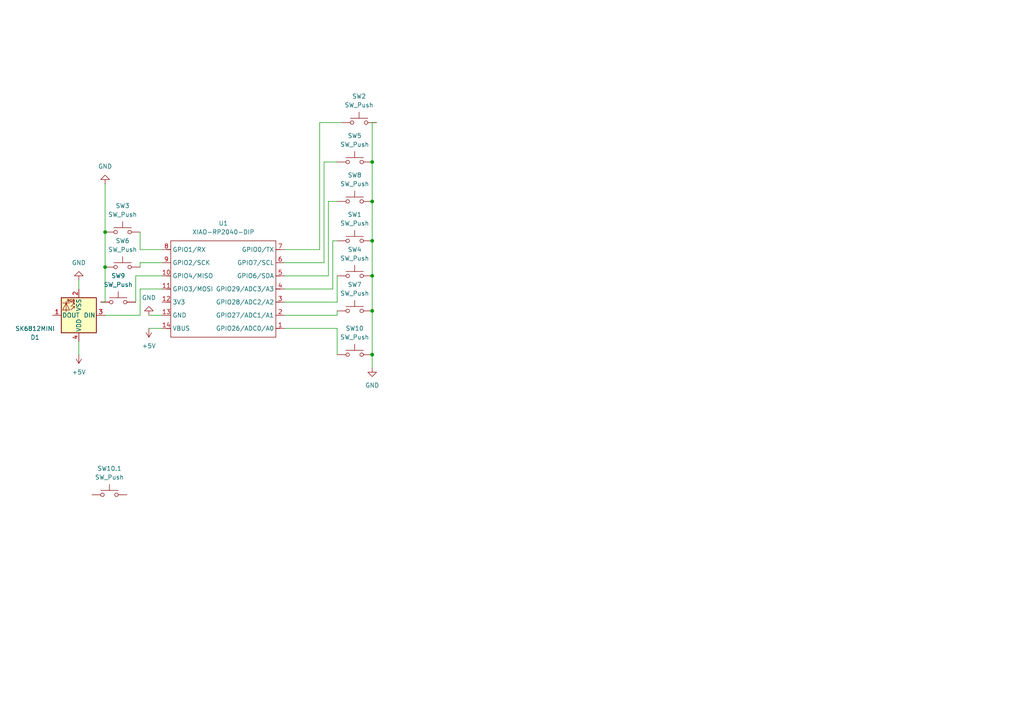
<source format=kicad_sch>
(kicad_sch (version 20241209) (generator "eeschema") (generator_version "8.99")
  (paper "A4")
  (lib_symbols
    (symbol "LED:SK6812MINI" (pin_names (offset 0.254))
      (property "Reference" "D" (at 5.08 5.715 0))
      (property "Value" "SK6812MINI" (at 1.27 -5.715 0))
      (symbol "SK6812MINI_0_0"
        (text "RGB" (at 2.286 -4.191 0) (effects (font (size 0.762 0.762))))
      )
      (symbol "SK6812MINI_0_1"
        (polyline (pts (xy 1.27 -2.54) (xy 1.778 -2.54)))
        (polyline (pts (xy 1.27 -3.556) (xy 1.778 -3.556)))
        (polyline (pts (xy 2.286 -1.524) (xy 1.27 -2.54) (xy 1.27 -2.032)))
        (polyline (pts (xy 2.286 -2.54) (xy 1.27 -3.556) (xy 1.27 -3.048)))
        (polyline (pts (xy 3.683 -1.016) (xy 3.683 -3.556) (xy 3.683 -4.064)))
        (polyline (pts (xy 4.699 -1.524) (xy 2.667 -1.524) (xy 3.683 -3.556) (xy 4.699 -1.524)))
        (polyline (pts (xy 4.699 -3.556) (xy 2.667 -3.556)))
        (rectangle (start 5.08 5.08) (end -5.08 -5.08) (stroke (width 0.254)) (fill (type background)))
      )
      (symbol "SK6812MINI_1_1"
        (pin input line (at -7.62 0 0) (length 2.54) (name "DIN") (number "3"))
        (pin power_in line (at 0 7.62 270) (length 2.54) (name "VDD") (number "4"))
        (pin power_in line (at 0 -7.62 90) (length 2.54) (name "VSS") (number "2"))
        (pin output line (at 7.62 0 180) (length 2.54) (name "DOUT") (number "1"))
      )
    )
    (symbol "Seeed_Studio_XIAO_Series:XIAO-RP2040-DIP"
      (property "Reference" "U" (at 0 0 0))
      (property "Value" "XIAO-RP2040-DIP" (at 5.334 -1.778 0))
      (symbol "XIAO-RP2040-DIP_1_0"
        (polyline (pts (xy -1.27 -2.54) (xy 29.21 -2.54)) (stroke (width 0.1524)))
        (polyline (pts (xy -1.27 -5.08) (xy -2.54 -5.08)) (stroke (width 0.1524)))
        (polyline (pts (xy -1.27 -5.08) (xy -1.27 -2.54)) (stroke (width 0.1524)))
        (polyline (pts (xy -1.27 -8.89) (xy -2.54 -8.89)) (stroke (width 0.1524)))
        (polyline (pts (xy -1.27 -8.89) (xy -1.27 -5.08)) (stroke (width 0.1524)))
        (polyline (pts (xy -1.27 -12.7) (xy -1.27 -8.89)) (stroke (width 0.1524)))
        (polyline (pts (xy -1.27 -12.7) (xy -2.54 -12.7)) (stroke (width 0.1524)))
        (polyline (pts (xy -1.27 -16.51) (xy -2.54 -16.51)) (stroke (width 0.1524)))
        (polyline (pts (xy -1.27 -16.51) (xy -1.27 -12.7)) (stroke (width 0.1524)))
        (polyline (pts (xy -1.27 -20.32) (xy -2.54 -20.32)) (stroke (width 0.1524)))
        (polyline (pts (xy -1.27 -24.13) (xy -2.54 -24.13)) (stroke (width 0.1524)))
        (polyline (pts (xy -1.27 -27.94) (xy -2.54 -27.94)) (stroke (width 0.1524)))
        (polyline (pts (xy -1.27 -30.48) (xy -1.27 -16.51)) (stroke (width 0.1524)))
        (polyline (pts (xy 29.21 -2.54) (xy 29.21 -5.08)) (stroke (width 0.1524)))
        (polyline (pts (xy 29.21 -5.08) (xy 29.21 -8.89)) (stroke (width 0.1524)))
        (polyline (pts (xy 29.21 -8.89) (xy 29.21 -12.7)) (stroke (width 0.1524)))
        (polyline (pts (xy 29.21 -12.7) (xy 29.21 -30.48)) (stroke (width 0.1524)))
        (polyline (pts (xy 29.21 -30.48) (xy -1.27 -30.48)) (stroke (width 0.1524)))
        (polyline (pts (xy 30.48 -5.08) (xy 29.21 -5.08)) (stroke (width 0.1524)))
        (polyline (pts (xy 30.48 -8.89) (xy 29.21 -8.89)) (stroke (width 0.1524)))
        (polyline (pts (xy 30.48 -12.7) (xy 29.21 -12.7)) (stroke (width 0.1524)))
        (polyline (pts (xy 30.48 -16.51) (xy 29.21 -16.51)) (stroke (width 0.1524)))
        (polyline (pts (xy 30.48 -20.32) (xy 29.21 -20.32)) (stroke (width 0.1524)))
        (polyline (pts (xy 30.48 -24.13) (xy 29.21 -24.13)) (stroke (width 0.1524)))
        (polyline (pts (xy 30.48 -27.94) (xy 29.21 -27.94)) (stroke (width 0.1524)))
        (pin passive line (at -3.81 -5.08 0) (length 2.54) (name "GPIO26/ADC0/A0") (number "1"))
        (pin passive line (at -3.81 -8.89 0) (length 2.54) (name "GPIO27/ADC1/A1") (number "2"))
        (pin passive line (at -3.81 -12.7 0) (length 2.54) (name "GPIO28/ADC2/A2") (number "3"))
        (pin passive line (at -3.81 -16.51 0) (length 2.54) (name "GPIO29/ADC3/A3") (number "4"))
        (pin passive line (at -3.81 -20.32 0) (length 2.54) (name "GPIO6/SDA") (number "5"))
        (pin passive line (at -3.81 -24.13 0) (length 2.54) (name "GPIO7/SCL") (number "6"))
        (pin passive line (at -3.81 -27.94 0) (length 2.54) (name "GPIO0/TX") (number "7"))
        (pin passive line (at 31.75 -5.08 180) (length 2.54) (name "VBUS") (number "14"))
        (pin passive line (at 31.75 -8.89 180) (length 2.54) (name "GND") (number "13"))
        (pin passive line (at 31.75 -12.7 180) (length 2.54) (name "3V3") (number "12"))
        (pin passive line (at 31.75 -16.51 180) (length 2.54) (name "GPIO3/MOSI") (number "11"))
        (pin passive line (at 31.75 -20.32 180) (length 2.54) (name "GPIO4/MISO") (number "10"))
        (pin passive line (at 31.75 -24.13 180) (length 2.54) (name "GPIO2/SCK") (number "9"))
        (pin passive line (at 31.75 -27.94 180) (length 2.54) (name "GPIO1/RX") (number "8"))
      )
    )
    (symbol "Switch:SW_Push" (pin_numbers (hide yes)) (pin_names (offset 1.016) (hide yes))
      (property "Reference" "SW" (at 1.27 2.54 0))
      (property "Value" "SW_Push" (at 0 -1.524 0))
      (symbol "SW_Push_0_1"
        (circle (center -2.032 0) (radius 0.508))
        (polyline (pts (xy 0 1.27) (xy 0 3.048)))
        (circle (center 2.032 0) (radius 0.508))
        (polyline (pts (xy 2.54 1.27) (xy -2.54 1.27)))
        (pin passive line (at -5.08 0 0) (length 2.54) (name "1") (number "1"))
        (pin passive line (at 5.08 0 180) (length 2.54) (name "2") (number "2"))
      )
    )
    (symbol "power:+5V" (power) (pin_numbers (hide yes)) (pin_names (offset 0) (hide yes))
      (property "Value" "+5V" (at 0 3.556 0))
      (symbol "+5V_0_1"
        (polyline (pts (xy -0.762 1.27) (xy 0 2.54)))
        (polyline (pts (xy 0 2.54) (xy 0.762 1.27)))
        (polyline (pts (xy 0 0) (xy 0 2.54)))
      )
      (symbol "+5V_1_1"
        (pin power_in line (at 0 0 90) (length 0) (name "~") (number "1"))
      )
    )
    (symbol "power:GND" (power) (pin_numbers (hide yes)) (pin_names (offset 0) (hide yes))
      (property "Value" "GND" (at 0 -3.81 0))
      (symbol "GND_0_1"
        (polyline (pts (xy 0 0) (xy 0 -1.27) (xy 1.27 -1.27) (xy 0 -2.54) (xy -1.27 -1.27) (xy 0 -1.27)))
      )
      (symbol "GND_1_1"
        (pin power_in line (at 0 0 270) (length 0) (name "~") (number "1"))
      )
    )
  )
  (junction (at 107.95 102.87))
  (junction (at 107.95 58.42))
  (junction (at 107.95 90.17))
  (junction (at 107.95 80.01))
  (junction (at 30.48 77.47))
  (junction (at 107.95 69.85))
  (junction (at 107.95 46.99))
  (junction (at 30.48 67.31))
  (wire (pts (xy 46.99 76.2) (xy 40.64 76.2)))
  (wire (pts (xy 93.98 46.99) (xy 97.79 46.99)))
  (wire (pts (xy 92.71 35.56) (xy 92.71 72.39)))
  (wire (pts (xy 30.48 67.31) (xy 30.48 77.47)))
  (wire (pts (xy 97.79 91.44) (xy 97.79 90.17)))
  (wire (pts (xy 30.48 53.34) (xy 30.48 67.31)))
  (wire (pts (xy 40.64 72.39) (xy 40.64 67.31)))
  (wire (pts (xy 22.86 102.87) (xy 22.86 99.06)))
  (wire (pts (xy 82.55 83.82) (xy 96.52 83.82)))
  (wire (pts (xy 40.64 83.82) (xy 40.64 91.44)))
  (wire (pts (xy 46.99 91.44) (xy 43.18 91.44)))
  (wire (pts (xy 107.95 35.56) (xy 109.22 35.56)))
  (wire (pts (xy 30.48 87.63) (xy 29.21 87.63)))
  (wire (pts (xy 46.99 80.01) (xy 39.37 80.01)))
  (wire (pts (xy 107.95 58.42) (xy 107.95 69.85)))
  (wire (pts (xy 107.95 46.99) (xy 107.95 35.56)))
  (wire (pts (xy 107.95 46.99) (xy 107.95 58.42)))
  (wire (pts (xy 93.98 46.99) (xy 93.98 76.2)))
  (wire (pts (xy 95.25 58.42) (xy 95.25 80.01)))
  (wire (pts (xy 39.37 80.01) (xy 39.37 87.63)))
  (wire (pts (xy 96.52 83.82) (xy 96.52 69.85)))
  (wire (pts (xy 95.25 80.01) (xy 82.55 80.01)))
  (wire (pts (xy 40.64 91.44) (xy 30.48 91.44)))
  (wire (pts (xy 82.55 87.63) (xy 97.79 87.63)))
  (wire (pts (xy 46.99 72.39) (xy 40.64 72.39)))
  (wire (pts (xy 93.98 76.2) (xy 82.55 76.2)))
  (wire (pts (xy 46.99 83.82) (xy 40.64 83.82)))
  (wire (pts (xy 107.95 69.85) (xy 107.95 80.01)))
  (wire (pts (xy 97.79 87.63) (xy 97.79 80.01)))
  (wire (pts (xy 92.71 72.39) (xy 82.55 72.39)))
  (wire (pts (xy 82.55 95.25) (xy 97.79 95.25)))
  (wire (pts (xy 107.95 102.87) (xy 107.95 106.68)))
  (wire (pts (xy 107.95 90.17) (xy 107.95 102.87)))
  (wire (pts (xy 96.52 69.85) (xy 97.79 69.85)))
  (wire (pts (xy 46.99 95.25) (xy 43.18 95.25)))
  (wire (pts (xy 99.06 35.56) (xy 92.71 35.56)))
  (wire (pts (xy 107.95 80.01) (xy 107.95 90.17)))
  (wire (pts (xy 82.55 91.44) (xy 97.79 91.44)))
  (wire (pts (xy 30.48 77.47) (xy 30.48 87.63)))
  (wire (pts (xy 22.86 83.82) (xy 22.86 81.28)))
  (wire (pts (xy 40.64 76.2) (xy 40.64 77.47)))
  (wire (pts (xy 97.79 95.25) (xy 97.79 102.87)))
  (wire (pts (xy 97.79 58.42) (xy 95.25 58.42)))
  (symbol (lib_id "LED:SK6812MINI") (at 22.86 91.44 180) (unit 1)
    (property "Reference" "D1" (at 10.16 97.8602 0))
    (property "Value" "SK6812MINI" (at 10.16 95.3202 0))
    (property "Footprint" "LED_SMD:LED_SK6812MINI_PLCC4_3.5x3.5mm_P1.75mm" (effects (hide yes)))
    (property "Datasheet" "https://cdn-shop.adafruit.com/product-files/2686/SK6812MINI_REV.01-1-2.pdf" (effects (hide yes)))
    (property "Description" "RGB LED with integrated controller" (effects (hide yes)))
  )
  (symbol (lib_id "Switch:SW_Push") (at 102.87 90.17 0) (unit 1)
    (property "Reference" "SW7" (at 102.87 82.55 0))
    (property "Value" "SW_Push" (at 102.87 85.09 0))
    (property "Footprint" "Button_Switch_Keyboard:SW_Cherry_MX_1.00u_PCB" (effects (hide yes)))
    (property "Description" "Push button switch, generic, two pins" (effects (hide yes)))
  )
  (symbol (lib_id "Switch:SW_Push") (at 35.56 77.47 0) (unit 1)
    (property "Reference" "SW6" (at 35.56 69.85 0))
    (property "Value" "SW_Push" (at 35.56 72.39 0))
    (property "Footprint" "Button_Switch_Keyboard:SW_Cherry_MX_1.00u_PCB" (effects (hide yes)))
    (property "Description" "Push button switch, generic, two pins" (effects (hide yes)))
  )
  (symbol (lib_id "power:GND") (at 107.95 106.68 0) (unit 1)
    (property "Reference" "#PWR06" (effects (hide yes)))
    (property "Value" "GND" (at 107.95 111.76 0))
    (property "Description" "Power symbol creates a global label with name \"GND\" , ground" (effects (hide yes)))
  )
  (symbol (lib_id "power:GND") (at 22.86 81.28 180) (unit 1)
    (property "Reference" "#PWR03" (effects (hide yes)))
    (property "Value" "GND" (at 22.86 76.2 0))
    (property "Description" "Power symbol creates a global label with name \"GND\" , ground" (effects (hide yes)))
  )
  (symbol (lib_id "Switch:SW_Push") (at 31.75 143.51 0) (unit 1)
    (property "Reference" "SW10.1" (at 31.75 135.89 0))
    (property "Value" "SW_Push" (at 31.75 138.43 0))
    (property "Footprint" "Button_Switch_Keyboard:SW_Cherry_MX_1.00u_PCB" (effects (hide yes)))
    (property "Description" "Push button switch, generic, two pins" (effects (hide yes)))
  )
  (symbol (lib_id "Switch:SW_Push") (at 102.87 102.87 0) (unit 1)
    (property "Reference" "SW10" (at 102.87 95.25 0))
    (property "Value" "SW_Push" (at 102.87 97.79 0))
    (property "Footprint" "Button_Switch_Keyboard:SW_Cherry_MX_1.00u_PCB" (effects (hide yes)))
    (property "Description" "Push button switch, generic, two pins" (effects (hide yes)))
  )
  (symbol (lib_id "Switch:SW_Push") (at 102.87 80.01 0) (unit 1)
    (property "Reference" "SW4" (at 102.87 72.39 0))
    (property "Value" "SW_Push" (at 102.87 74.93 0))
    (property "Footprint" "Button_Switch_Keyboard:SW_Cherry_MX_1.00u_PCB" (effects (hide yes)))
    (property "Description" "Push button switch, generic, two pins" (effects (hide yes)))
  )
  (symbol (lib_id "power:+5V") (at 22.86 102.87 180) (unit 1)
    (property "Reference" "#PWR02" (effects (hide yes)))
    (property "Value" "+5V" (at 22.86 107.95 0))
    (property "Description" "Power symbol creates a global label with name \"+5V\"" (effects (hide yes)))
  )
  (symbol (lib_id "power:GND") (at 30.48 53.34 0) (mirror x) (unit 1)
    (property "Reference" "#PWR01" (effects (hide yes)))
    (property "Value" "GND" (at 30.48 48.26 0))
    (property "Description" "Power symbol creates a global label with name \"GND\" , ground" (effects (hide yes)))
  )
  (symbol (lib_id "Switch:SW_Push") (at 102.87 46.99 0) (unit 1)
    (property "Reference" "SW5" (at 102.87 39.37 0))
    (property "Value" "SW_Push" (at 102.87 41.91 0))
    (property "Footprint" "Button_Switch_Keyboard:SW_Cherry_MX_1.00u_PCB" (effects (hide yes)))
    (property "Description" "Push button switch, generic, two pins" (effects (hide yes)))
  )
  (symbol (lib_id "Switch:SW_Push") (at 102.87 58.42 0) (unit 1)
    (property "Reference" "SW8" (at 102.87 50.8 0))
    (property "Value" "SW_Push" (at 102.87 53.34 0))
    (property "Footprint" "Button_Switch_Keyboard:SW_Cherry_MX_1.00u_PCB" (effects (hide yes)))
    (property "Description" "Push button switch, generic, two pins" (effects (hide yes)))
  )
  (symbol (lib_id "Switch:SW_Push") (at 35.56 67.31 0) (unit 1)
    (property "Reference" "SW3" (at 35.56 59.69 0))
    (property "Value" "SW_Push" (at 35.56 62.23 0))
    (property "Footprint" "Button_Switch_Keyboard:SW_Cherry_MX_1.00u_PCB" (effects (hide yes)))
    (property "Description" "Push button switch, generic, two pins" (effects (hide yes)))
  )
  (symbol (lib_id "Switch:SW_Push") (at 102.87 69.85 0) (unit 1)
    (property "Reference" "SW1" (at 102.87 62.23 0))
    (property "Value" "SW_Push" (at 102.87 64.77 0))
    (property "Footprint" "Button_Switch_Keyboard:SW_Cherry_MX_1.00u_PCB" (effects (hide yes)))
    (property "Description" "Push button switch, generic, two pins" (effects (hide yes)))
  )
  (symbol (lib_id "Seeed_Studio_XIAO_Series:XIAO-RP2040-DIP") (at 78.74 100.33 180) (unit 1)
    (property "Reference" "U1" (at 64.77 64.77 0))
    (property "Value" "XIAO-RP2040-DIP" (at 64.77 67.31 0))
    (property "Footprint" "Seeed Studio XIAO Series Library:XIAO-RP2040-DIP" (effects (hide yes)))
  )
  (symbol (lib_id "power:GND") (at 43.18 91.44 180) (unit 1)
    (property "Reference" "#PWR05" (effects (hide yes)))
    (property "Value" "GND" (at 43.18 86.36 0))
    (property "Description" "Power symbol creates a global label with name \"GND\" , ground" (effects (hide yes)))
  )
  (symbol (lib_id "power:+5V") (at 43.18 95.25 180) (unit 1)
    (property "Reference" "#PWR04" (effects (hide yes)))
    (property "Value" "+5V" (at 43.18 100.33 0))
    (property "Description" "Power symbol creates a global label with name \"+5V\"" (effects (hide yes)))
  )
  (symbol (lib_id "Switch:SW_Push") (at 104.14 35.56 0) (unit 1)
    (property "Reference" "SW2" (at 104.14 27.94 0))
    (property "Value" "SW_Push" (at 104.14 30.48 0))
    (property "Footprint" "Button_Switch_Keyboard:SW_Cherry_MX_1.00u_PCB" (effects (hide yes)))
    (property "Description" "Push button switch, generic, two pins" (effects (hide yes)))
  )
  (symbol (lib_id "Switch:SW_Push") (at 34.29 87.63 0) (unit 1)
    (property "Reference" "SW9" (at 34.29 80.01 0))
    (property "Value" "SW_Push" (at 34.29 82.55 0))
    (property "Footprint" "Button_Switch_Keyboard:SW_Cherry_MX_1.00u_PCB" (effects (hide yes)))
    (property "Description" "Push button switch, generic, two pins" (effects (hide yes)))
  )
)
</source>
